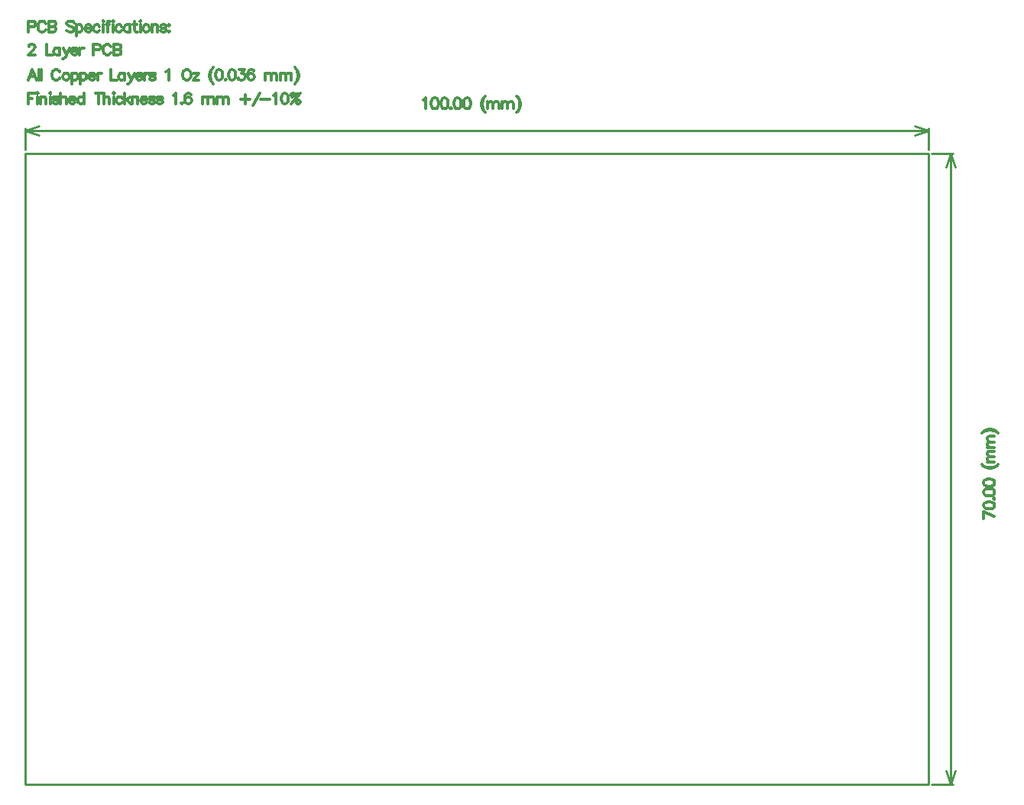
<source format=gm1>
G04*
G04 #@! TF.GenerationSoftware,Altium Limited,Altium Designer,18.1.7 (191)*
G04*
G04 Layer_Color=16711935*
%FSLAX44Y44*%
%MOMM*%
G71*
G01*
G75*
%ADD10C,0.3000*%
%ADD11C,0.2540*%
D10*
X3000Y840072D02*
X8142D01*
X9856Y840643D01*
X10427Y841214D01*
X10998Y842357D01*
Y844071D01*
X10427Y845213D01*
X9856Y845785D01*
X8142Y846356D01*
X3000D01*
Y834359D01*
X22253Y843500D02*
X21682Y844642D01*
X20539Y845785D01*
X19397Y846356D01*
X17111D01*
X15969Y845785D01*
X14826Y844642D01*
X14255Y843500D01*
X13683Y841786D01*
Y838929D01*
X14255Y837215D01*
X14826Y836072D01*
X15969Y834930D01*
X17111Y834359D01*
X19397D01*
X20539Y834930D01*
X21682Y836072D01*
X22253Y837215D01*
X25624Y846356D02*
Y834359D01*
Y846356D02*
X30766D01*
X32479Y845785D01*
X33051Y845213D01*
X33622Y844071D01*
Y842928D01*
X33051Y841786D01*
X32479Y841214D01*
X30766Y840643D01*
X25624D02*
X30766D01*
X32479Y840072D01*
X33051Y839500D01*
X33622Y838358D01*
Y836644D01*
X33051Y835501D01*
X32479Y834930D01*
X30766Y834359D01*
X25624D01*
X53732Y844642D02*
X52589Y845785D01*
X50875Y846356D01*
X48590D01*
X46876Y845785D01*
X45734Y844642D01*
Y843500D01*
X46305Y842357D01*
X46876Y841786D01*
X48019Y841214D01*
X51447Y840072D01*
X52589Y839500D01*
X53161Y838929D01*
X53732Y837786D01*
Y836072D01*
X52589Y834930D01*
X50875Y834359D01*
X48590D01*
X46876Y834930D01*
X45734Y836072D01*
X56417Y842357D02*
Y830359D01*
Y840643D02*
X57560Y841786D01*
X58702Y842357D01*
X60416D01*
X61559Y841786D01*
X62702Y840643D01*
X63273Y838929D01*
Y837786D01*
X62702Y836072D01*
X61559Y834930D01*
X60416Y834359D01*
X58702D01*
X57560Y834930D01*
X56417Y836072D01*
X65844Y838929D02*
X72699D01*
Y840072D01*
X72128Y841214D01*
X71557Y841786D01*
X70414Y842357D01*
X68700D01*
X67558Y841786D01*
X66415Y840643D01*
X65844Y838929D01*
Y837786D01*
X66415Y836072D01*
X67558Y834930D01*
X68700Y834359D01*
X70414D01*
X71557Y834930D01*
X72699Y836072D01*
X82126Y840643D02*
X80983Y841786D01*
X79841Y842357D01*
X78127D01*
X76984Y841786D01*
X75841Y840643D01*
X75270Y838929D01*
Y837786D01*
X75841Y836072D01*
X76984Y834930D01*
X78127Y834359D01*
X79841D01*
X80983Y834930D01*
X82126Y836072D01*
X85839Y846356D02*
X86411Y845785D01*
X86982Y846356D01*
X86411Y846927D01*
X85839Y846356D01*
X86411Y842357D02*
Y834359D01*
X93666Y846356D02*
X92524D01*
X91381Y845785D01*
X90810Y844071D01*
Y834359D01*
X89096Y842357D02*
X93095D01*
X96523Y846356D02*
X97094Y845785D01*
X97665Y846356D01*
X97094Y846927D01*
X96523Y846356D01*
X97094Y842357D02*
Y834359D01*
X106635Y840643D02*
X105492Y841786D01*
X104350Y842357D01*
X102636D01*
X101493Y841786D01*
X100351Y840643D01*
X99779Y838929D01*
Y837786D01*
X100351Y836072D01*
X101493Y834930D01*
X102636Y834359D01*
X104350D01*
X105492Y834930D01*
X106635Y836072D01*
X116061Y842357D02*
Y834359D01*
Y840643D02*
X114919Y841786D01*
X113776Y842357D01*
X112062D01*
X110920Y841786D01*
X109777Y840643D01*
X109206Y838929D01*
Y837786D01*
X109777Y836072D01*
X110920Y834930D01*
X112062Y834359D01*
X113776D01*
X114919Y834930D01*
X116061Y836072D01*
X120975Y846356D02*
Y836644D01*
X121546Y834930D01*
X122689Y834359D01*
X123831D01*
X119261Y842357D02*
X123260D01*
X126688Y846356D02*
X127259Y845785D01*
X127830Y846356D01*
X127259Y846927D01*
X126688Y846356D01*
X127259Y842357D02*
Y834359D01*
X132801Y842357D02*
X131658Y841786D01*
X130515Y840643D01*
X129944Y838929D01*
Y837786D01*
X130515Y836072D01*
X131658Y834930D01*
X132801Y834359D01*
X134515D01*
X135657Y834930D01*
X136800Y836072D01*
X137371Y837786D01*
Y838929D01*
X136800Y840643D01*
X135657Y841786D01*
X134515Y842357D01*
X132801D01*
X139999D02*
Y834359D01*
Y840072D02*
X141713Y841786D01*
X142856Y842357D01*
X144570D01*
X145712Y841786D01*
X146284Y840072D01*
Y834359D01*
X155710Y840643D02*
X155139Y841786D01*
X153425Y842357D01*
X151711D01*
X149997Y841786D01*
X149426Y840643D01*
X149997Y839500D01*
X151140Y838929D01*
X153996Y838358D01*
X155139Y837786D01*
X155710Y836644D01*
Y836072D01*
X155139Y834930D01*
X153425Y834359D01*
X151711D01*
X149997Y834930D01*
X149426Y836072D01*
X158795Y842357D02*
X158224Y841786D01*
X158795Y841214D01*
X159367Y841786D01*
X158795Y842357D01*
Y835501D02*
X158224Y834930D01*
X158795Y834359D01*
X159367Y834930D01*
X158795Y835501D01*
X3571Y817903D02*
Y818475D01*
X4143Y819617D01*
X4714Y820189D01*
X5857Y820760D01*
X8142D01*
X9284Y820189D01*
X9856Y819617D01*
X10427Y818475D01*
Y817332D01*
X9856Y816189D01*
X8713Y814476D01*
X3000Y808763D01*
X10998D01*
X23110Y820760D02*
Y808763D01*
X29966D01*
X38135Y816761D02*
Y808763D01*
Y815047D02*
X36993Y816189D01*
X35850Y816761D01*
X34136D01*
X32994Y816189D01*
X31851Y815047D01*
X31280Y813333D01*
Y812190D01*
X31851Y810477D01*
X32994Y809334D01*
X34136Y808763D01*
X35850D01*
X36993Y809334D01*
X38135Y810477D01*
X41906Y816761D02*
X45334Y808763D01*
X48762Y816761D02*
X45334Y808763D01*
X44191Y806477D01*
X43049Y805335D01*
X41906Y804763D01*
X41335D01*
X50761Y813333D02*
X57617D01*
Y814476D01*
X57046Y815618D01*
X56474Y816189D01*
X55332Y816761D01*
X53618D01*
X52475Y816189D01*
X51333Y815047D01*
X50761Y813333D01*
Y812190D01*
X51333Y810477D01*
X52475Y809334D01*
X53618Y808763D01*
X55332D01*
X56474Y809334D01*
X57617Y810477D01*
X60188Y816761D02*
Y808763D01*
Y813333D02*
X60759Y815047D01*
X61902Y816189D01*
X63044Y816761D01*
X64758D01*
X75270Y814476D02*
X80412D01*
X82126Y815047D01*
X82697Y815618D01*
X83268Y816761D01*
Y818475D01*
X82697Y819617D01*
X82126Y820189D01*
X80412Y820760D01*
X75270D01*
Y808763D01*
X94523Y817903D02*
X93952Y819046D01*
X92809Y820189D01*
X91667Y820760D01*
X89382D01*
X88239Y820189D01*
X87096Y819046D01*
X86525Y817903D01*
X85954Y816189D01*
Y813333D01*
X86525Y811619D01*
X87096Y810477D01*
X88239Y809334D01*
X89382Y808763D01*
X91667D01*
X92809Y809334D01*
X93952Y810477D01*
X94523Y811619D01*
X97894Y820760D02*
Y808763D01*
Y820760D02*
X103036D01*
X104750Y820189D01*
X105321Y819617D01*
X105892Y818475D01*
Y817332D01*
X105321Y816189D01*
X104750Y815618D01*
X103036Y815047D01*
X97894D02*
X103036D01*
X104750Y814476D01*
X105321Y813904D01*
X105892Y812762D01*
Y811048D01*
X105321Y809905D01*
X104750Y809334D01*
X103036Y808763D01*
X97894D01*
X12141Y780881D02*
X7570Y792879D01*
X3000Y780881D01*
X4714Y784880D02*
X10427D01*
X14940Y792879D02*
Y780881D01*
X17454Y792879D02*
Y780881D01*
X37964Y790022D02*
X37393Y791165D01*
X36250Y792307D01*
X35107Y792879D01*
X32822D01*
X31679Y792307D01*
X30537Y791165D01*
X29966Y790022D01*
X29394Y788308D01*
Y785452D01*
X29966Y783738D01*
X30537Y782595D01*
X31679Y781453D01*
X32822Y780881D01*
X35107D01*
X36250Y781453D01*
X37393Y782595D01*
X37964Y783738D01*
X44191Y788879D02*
X43049Y788308D01*
X41906Y787166D01*
X41335Y785452D01*
Y784309D01*
X41906Y782595D01*
X43049Y781453D01*
X44191Y780881D01*
X45905D01*
X47048Y781453D01*
X48190Y782595D01*
X48762Y784309D01*
Y785452D01*
X48190Y787166D01*
X47048Y788308D01*
X45905Y788879D01*
X44191D01*
X51390D02*
Y776882D01*
Y787166D02*
X52532Y788308D01*
X53675Y788879D01*
X55389D01*
X56531Y788308D01*
X57674Y787166D01*
X58245Y785452D01*
Y784309D01*
X57674Y782595D01*
X56531Y781453D01*
X55389Y780881D01*
X53675D01*
X52532Y781453D01*
X51390Y782595D01*
X60816Y788879D02*
Y776882D01*
Y787166D02*
X61959Y788308D01*
X63101Y788879D01*
X64815D01*
X65958Y788308D01*
X67101Y787166D01*
X67672Y785452D01*
Y784309D01*
X67101Y782595D01*
X65958Y781453D01*
X64815Y780881D01*
X63101D01*
X61959Y781453D01*
X60816Y782595D01*
X70243Y785452D02*
X77098D01*
Y786594D01*
X76527Y787737D01*
X75956Y788308D01*
X74813Y788879D01*
X73099D01*
X71957Y788308D01*
X70814Y787166D01*
X70243Y785452D01*
Y784309D01*
X70814Y782595D01*
X71957Y781453D01*
X73099Y780881D01*
X74813D01*
X75956Y781453D01*
X77098Y782595D01*
X79669Y788879D02*
Y780881D01*
Y785452D02*
X80241Y787166D01*
X81383Y788308D01*
X82526Y788879D01*
X84240D01*
X94752Y792879D02*
Y780881D01*
X101607D01*
X109777Y788879D02*
Y780881D01*
Y787166D02*
X108635Y788308D01*
X107492Y788879D01*
X105778D01*
X104635Y788308D01*
X103493Y787166D01*
X102921Y785452D01*
Y784309D01*
X103493Y782595D01*
X104635Y781453D01*
X105778Y780881D01*
X107492D01*
X108635Y781453D01*
X109777Y782595D01*
X113548Y788879D02*
X116976Y780881D01*
X120403Y788879D02*
X116976Y780881D01*
X115833Y778596D01*
X114690Y777453D01*
X113548Y776882D01*
X112976D01*
X122403Y785452D02*
X129259D01*
Y786594D01*
X128687Y787737D01*
X128116Y788308D01*
X126973Y788879D01*
X125260D01*
X124117Y788308D01*
X122974Y787166D01*
X122403Y785452D01*
Y784309D01*
X122974Y782595D01*
X124117Y781453D01*
X125260Y780881D01*
X126973D01*
X128116Y781453D01*
X129259Y782595D01*
X131830Y788879D02*
Y780881D01*
Y785452D02*
X132401Y787166D01*
X133543Y788308D01*
X134686Y788879D01*
X136400D01*
X143770Y787166D02*
X143198Y788308D01*
X141485Y788879D01*
X139771D01*
X138057Y788308D01*
X137486Y787166D01*
X138057Y786023D01*
X139199Y785452D01*
X142056Y784880D01*
X143198Y784309D01*
X143770Y783167D01*
Y782595D01*
X143198Y781453D01*
X141485Y780881D01*
X139771D01*
X138057Y781453D01*
X137486Y782595D01*
X155710Y790593D02*
X156853Y791165D01*
X158567Y792879D01*
Y780881D01*
X177363Y792879D02*
X176220Y792307D01*
X175077Y791165D01*
X174506Y790022D01*
X173935Y788308D01*
Y785452D01*
X174506Y783738D01*
X175077Y782595D01*
X176220Y781453D01*
X177363Y780881D01*
X179648D01*
X180791Y781453D01*
X181933Y782595D01*
X182504Y783738D01*
X183076Y785452D01*
Y788308D01*
X182504Y790022D01*
X181933Y791165D01*
X180791Y792307D01*
X179648Y792879D01*
X177363D01*
X192160Y788879D02*
X185875Y780881D01*
Y788879D02*
X192160D01*
X185875Y780881D02*
X192160D01*
X208099Y795164D02*
X206956Y794021D01*
X205814Y792307D01*
X204671Y790022D01*
X204100Y787166D01*
Y784880D01*
X204671Y782024D01*
X205814Y779739D01*
X206956Y778025D01*
X208099Y776882D01*
X206956Y794021D02*
X205814Y791736D01*
X205242Y790022D01*
X204671Y787166D01*
Y784880D01*
X205242Y782024D01*
X205814Y780310D01*
X206956Y778025D01*
X213812Y792879D02*
X212098Y792307D01*
X210956Y790593D01*
X210384Y787737D01*
Y786023D01*
X210956Y783167D01*
X212098Y781453D01*
X213812Y780881D01*
X214955D01*
X216668Y781453D01*
X217811Y783167D01*
X218382Y786023D01*
Y787737D01*
X217811Y790593D01*
X216668Y792307D01*
X214955Y792879D01*
X213812D01*
X221639Y782024D02*
X221068Y781453D01*
X221639Y780881D01*
X222210Y781453D01*
X221639Y782024D01*
X228266Y792879D02*
X226552Y792307D01*
X225410Y790593D01*
X224838Y787737D01*
Y786023D01*
X225410Y783167D01*
X226552Y781453D01*
X228266Y780881D01*
X229409D01*
X231123Y781453D01*
X232265Y783167D01*
X232836Y786023D01*
Y787737D01*
X232265Y790593D01*
X231123Y792307D01*
X229409Y792879D01*
X228266D01*
X236664D02*
X242949D01*
X239521Y788308D01*
X241235D01*
X242377Y787737D01*
X242949Y787166D01*
X243520Y785452D01*
Y784309D01*
X242949Y782595D01*
X241806Y781453D01*
X240092Y780881D01*
X238378D01*
X236664Y781453D01*
X236093Y782024D01*
X235522Y783167D01*
X253061Y791165D02*
X252489Y792307D01*
X250776Y792879D01*
X249633D01*
X247919Y792307D01*
X246776Y790593D01*
X246205Y787737D01*
Y784880D01*
X246776Y782595D01*
X247919Y781453D01*
X249633Y780881D01*
X250204D01*
X251918Y781453D01*
X253061Y782595D01*
X253632Y784309D01*
Y784880D01*
X253061Y786594D01*
X251918Y787737D01*
X250204Y788308D01*
X249633D01*
X247919Y787737D01*
X246776Y786594D01*
X246205Y784880D01*
X265687Y788879D02*
Y780881D01*
Y786594D02*
X267400Y788308D01*
X268543Y788879D01*
X270257D01*
X271400Y788308D01*
X271971Y786594D01*
Y780881D01*
Y786594D02*
X273685Y788308D01*
X274827Y788879D01*
X276541D01*
X277684Y788308D01*
X278255Y786594D01*
Y780881D01*
X282026Y788879D02*
Y780881D01*
Y786594D02*
X283740Y788308D01*
X284883Y788879D01*
X286596D01*
X287739Y788308D01*
X288310Y786594D01*
Y780881D01*
Y786594D02*
X290024Y788308D01*
X291167Y788879D01*
X292881D01*
X294023Y788308D01*
X294595Y786594D01*
Y780881D01*
X298365Y795164D02*
X299508Y794021D01*
X300651Y792307D01*
X301793Y790022D01*
X302365Y787166D01*
Y784880D01*
X301793Y782024D01*
X300651Y779739D01*
X299508Y778025D01*
X298365Y776882D01*
X299508Y794021D02*
X300651Y791736D01*
X301222Y790022D01*
X301793Y787166D01*
Y784880D01*
X301222Y782024D01*
X300651Y780310D01*
X299508Y778025D01*
X3000Y766711D02*
Y754714D01*
Y766711D02*
X10427D01*
X3000Y760998D02*
X7570D01*
X12941Y766711D02*
X13512Y766140D01*
X14083Y766711D01*
X13512Y767283D01*
X12941Y766711D01*
X13512Y762712D02*
Y754714D01*
X16197Y762712D02*
Y754714D01*
Y760427D02*
X17911Y762141D01*
X19054Y762712D01*
X20768D01*
X21910Y762141D01*
X22482Y760427D01*
Y754714D01*
X26766Y766711D02*
X27338Y766140D01*
X27909Y766711D01*
X27338Y767283D01*
X26766Y766711D01*
X27338Y762712D02*
Y754714D01*
X36307Y760998D02*
X35736Y762141D01*
X34022Y762712D01*
X32308D01*
X30594Y762141D01*
X30023Y760998D01*
X30594Y759856D01*
X31737Y759284D01*
X34593Y758713D01*
X35736Y758142D01*
X36307Y756999D01*
Y756428D01*
X35736Y755285D01*
X34022Y754714D01*
X32308D01*
X30594Y755285D01*
X30023Y756428D01*
X38821Y766711D02*
Y754714D01*
Y760427D02*
X40535Y762141D01*
X41677Y762712D01*
X43391D01*
X44534Y762141D01*
X45105Y760427D01*
Y754714D01*
X48247Y759284D02*
X55103D01*
Y760427D01*
X54532Y761570D01*
X53960Y762141D01*
X52818Y762712D01*
X51104D01*
X49961Y762141D01*
X48819Y760998D01*
X48247Y759284D01*
Y758142D01*
X48819Y756428D01*
X49961Y755285D01*
X51104Y754714D01*
X52818D01*
X53960Y755285D01*
X55103Y756428D01*
X64530Y766711D02*
Y754714D01*
Y760998D02*
X63387Y762141D01*
X62245Y762712D01*
X60531D01*
X59388Y762141D01*
X58245Y760998D01*
X57674Y759284D01*
Y758142D01*
X58245Y756428D01*
X59388Y755285D01*
X60531Y754714D01*
X62245D01*
X63387Y755285D01*
X64530Y756428D01*
X81155Y766711D02*
Y754714D01*
X77155Y766711D02*
X85154D01*
X86582D02*
Y754714D01*
Y760427D02*
X88296Y762141D01*
X89439Y762712D01*
X91152D01*
X92295Y762141D01*
X92866Y760427D01*
Y754714D01*
X97151Y766711D02*
X97723Y766140D01*
X98294Y766711D01*
X97723Y767283D01*
X97151Y766711D01*
X97723Y762712D02*
Y754714D01*
X107263Y760998D02*
X106121Y762141D01*
X104978Y762712D01*
X103264D01*
X102122Y762141D01*
X100979Y760998D01*
X100408Y759284D01*
Y758142D01*
X100979Y756428D01*
X102122Y755285D01*
X103264Y754714D01*
X104978D01*
X106121Y755285D01*
X107263Y756428D01*
X109834Y766711D02*
Y754714D01*
X115547Y762712D02*
X109834Y756999D01*
X112120Y759284D02*
X116119Y754714D01*
X118004Y762712D02*
Y754714D01*
Y760427D02*
X119718Y762141D01*
X120861Y762712D01*
X122574D01*
X123717Y762141D01*
X124288Y760427D01*
Y754714D01*
X127430Y759284D02*
X134286D01*
Y760427D01*
X133715Y761570D01*
X133144Y762141D01*
X132001Y762712D01*
X130287D01*
X129144Y762141D01*
X128002Y760998D01*
X127430Y759284D01*
Y758142D01*
X128002Y756428D01*
X129144Y755285D01*
X130287Y754714D01*
X132001D01*
X133144Y755285D01*
X134286Y756428D01*
X143141Y760998D02*
X142570Y762141D01*
X140856Y762712D01*
X139142D01*
X137428Y762141D01*
X136857Y760998D01*
X137428Y759856D01*
X138571Y759284D01*
X141427Y758713D01*
X142570Y758142D01*
X143141Y756999D01*
Y756428D01*
X142570Y755285D01*
X140856Y754714D01*
X139142D01*
X137428Y755285D01*
X136857Y756428D01*
X151939Y760998D02*
X151368Y762141D01*
X149654Y762712D01*
X147940D01*
X146227Y762141D01*
X145655Y760998D01*
X146227Y759856D01*
X147369Y759284D01*
X150226Y758713D01*
X151368Y758142D01*
X151939Y756999D01*
Y756428D01*
X151368Y755285D01*
X149654Y754714D01*
X147940D01*
X146227Y755285D01*
X145655Y756428D01*
X163880Y764426D02*
X165023Y764997D01*
X166736Y766711D01*
Y754714D01*
X173249Y755856D02*
X172678Y755285D01*
X173249Y754714D01*
X173821Y755285D01*
X173249Y755856D01*
X183304Y764997D02*
X182733Y766140D01*
X181019Y766711D01*
X179876D01*
X178162Y766140D01*
X177020Y764426D01*
X176449Y761570D01*
Y758713D01*
X177020Y756428D01*
X178162Y755285D01*
X179876Y754714D01*
X180448D01*
X182162Y755285D01*
X183304Y756428D01*
X183876Y758142D01*
Y758713D01*
X183304Y760427D01*
X182162Y761570D01*
X180448Y762141D01*
X179876D01*
X178162Y761570D01*
X177020Y760427D01*
X176449Y758713D01*
X195930Y762712D02*
Y754714D01*
Y760427D02*
X197644Y762141D01*
X198787Y762712D01*
X200501D01*
X201643Y762141D01*
X202215Y760427D01*
Y754714D01*
Y760427D02*
X203928Y762141D01*
X205071Y762712D01*
X206785D01*
X207928Y762141D01*
X208499Y760427D01*
Y754714D01*
X212269Y762712D02*
Y754714D01*
Y760427D02*
X213983Y762141D01*
X215126Y762712D01*
X216840D01*
X217983Y762141D01*
X218554Y760427D01*
Y754714D01*
Y760427D02*
X220268Y762141D01*
X221410Y762712D01*
X223124D01*
X224267Y762141D01*
X224838Y760427D01*
Y754714D01*
X243177Y764997D02*
Y754714D01*
X238035Y759856D02*
X248319D01*
X251861Y753000D02*
X259859Y766711D01*
X260659Y759856D02*
X270943D01*
X274485Y764426D02*
X275627Y764997D01*
X277341Y766711D01*
Y754714D01*
X286711Y766711D02*
X284997Y766140D01*
X283854Y764426D01*
X283283Y761570D01*
Y759856D01*
X283854Y756999D01*
X284997Y755285D01*
X286711Y754714D01*
X287853D01*
X289567Y755285D01*
X290710Y756999D01*
X291281Y759856D01*
Y761570D01*
X290710Y764426D01*
X289567Y766140D01*
X287853Y766711D01*
X286711D01*
X304250D02*
X293966Y754714D01*
X296823Y766711D02*
X297965Y765569D01*
Y764426D01*
X297394Y763283D01*
X296252Y762712D01*
X295109D01*
X293966Y763855D01*
Y764997D01*
X294538Y766140D01*
X295680Y766711D01*
X296823D01*
X297965Y766140D01*
X299679Y765569D01*
X301393D01*
X303107Y766140D01*
X304250Y766711D01*
X301965Y758713D02*
X300822Y758142D01*
X300251Y756999D01*
Y755856D01*
X301393Y754714D01*
X302536D01*
X303678Y755285D01*
X304250Y756428D01*
Y757570D01*
X303107Y758713D01*
X301965D01*
X1061566Y303012D02*
X1073564Y297299D01*
X1061566Y295014D02*
Y303012D01*
Y309125D02*
X1062138Y307411D01*
X1063851Y306268D01*
X1066708Y305697D01*
X1068422D01*
X1071278Y306268D01*
X1072992Y307411D01*
X1073564Y309125D01*
Y310267D01*
X1072992Y311981D01*
X1071278Y313124D01*
X1068422Y313695D01*
X1066708D01*
X1063851Y313124D01*
X1062138Y311981D01*
X1061566Y310267D01*
Y309125D01*
X1072421Y316952D02*
X1072992Y316380D01*
X1073564Y316952D01*
X1072992Y317523D01*
X1072421Y316952D01*
X1061566Y323579D02*
X1062138Y321865D01*
X1063851Y320722D01*
X1066708Y320151D01*
X1068422D01*
X1071278Y320722D01*
X1072992Y321865D01*
X1073564Y323579D01*
Y324721D01*
X1072992Y326435D01*
X1071278Y327578D01*
X1068422Y328149D01*
X1066708D01*
X1063851Y327578D01*
X1062138Y326435D01*
X1061566Y324721D01*
Y323579D01*
Y334262D02*
X1062138Y332548D01*
X1063851Y331406D01*
X1066708Y330834D01*
X1068422D01*
X1071278Y331406D01*
X1072992Y332548D01*
X1073564Y334262D01*
Y335405D01*
X1072992Y337119D01*
X1071278Y338261D01*
X1068422Y338833D01*
X1066708D01*
X1063851Y338261D01*
X1062138Y337119D01*
X1061566Y335405D01*
Y334262D01*
X1059281Y354944D02*
X1060424Y353801D01*
X1062138Y352658D01*
X1064423Y351516D01*
X1067279Y350944D01*
X1069564D01*
X1072421Y351516D01*
X1074706Y352658D01*
X1076420Y353801D01*
X1077563Y354944D01*
X1060424Y353801D02*
X1062709Y352658D01*
X1064423Y352087D01*
X1067279Y351516D01*
X1069564D01*
X1072421Y352087D01*
X1074135Y352658D01*
X1076420Y353801D01*
X1065565Y357229D02*
X1073564D01*
X1067850D02*
X1066137Y358943D01*
X1065565Y360085D01*
Y361799D01*
X1066137Y362942D01*
X1067850Y363513D01*
X1073564D01*
X1067850D02*
X1066137Y365227D01*
X1065565Y366370D01*
Y368083D01*
X1066137Y369226D01*
X1067850Y369797D01*
X1073564D01*
X1065565Y373568D02*
X1073564D01*
X1067850D02*
X1066137Y375282D01*
X1065565Y376425D01*
Y378139D01*
X1066137Y379281D01*
X1067850Y379852D01*
X1073564D01*
X1067850D02*
X1066137Y381566D01*
X1065565Y382709D01*
Y384423D01*
X1066137Y385565D01*
X1067850Y386137D01*
X1073564D01*
X1059281Y389907D02*
X1060424Y391050D01*
X1062138Y392193D01*
X1064423Y393335D01*
X1067279Y393907D01*
X1069564D01*
X1072421Y393335D01*
X1074706Y392193D01*
X1076420Y391050D01*
X1077563Y389907D01*
X1060424Y391050D02*
X1062709Y392193D01*
X1064423Y392764D01*
X1067279Y393335D01*
X1069564D01*
X1072421Y392764D01*
X1074135Y392193D01*
X1076420Y391050D01*
X440614Y758994D02*
X441757Y759565D01*
X443471Y761279D01*
Y749282D01*
X452840Y761279D02*
X451126Y760708D01*
X449984Y758994D01*
X449412Y756137D01*
Y754424D01*
X449984Y751567D01*
X451126Y749853D01*
X452840Y749282D01*
X453983D01*
X455697Y749853D01*
X456839Y751567D01*
X457411Y754424D01*
Y756137D01*
X456839Y758994D01*
X455697Y760708D01*
X453983Y761279D01*
X452840D01*
X463524D02*
X461810Y760708D01*
X460667Y758994D01*
X460096Y756137D01*
Y754424D01*
X460667Y751567D01*
X461810Y749853D01*
X463524Y749282D01*
X464666D01*
X466380Y749853D01*
X467523Y751567D01*
X468094Y754424D01*
Y756137D01*
X467523Y758994D01*
X466380Y760708D01*
X464666Y761279D01*
X463524D01*
X471351Y750424D02*
X470779Y749853D01*
X471351Y749282D01*
X471922Y749853D01*
X471351Y750424D01*
X477978Y761279D02*
X476264Y760708D01*
X475121Y758994D01*
X474550Y756137D01*
Y754424D01*
X475121Y751567D01*
X476264Y749853D01*
X477978Y749282D01*
X479120D01*
X480834Y749853D01*
X481977Y751567D01*
X482548Y754424D01*
Y756137D01*
X481977Y758994D01*
X480834Y760708D01*
X479120Y761279D01*
X477978D01*
X488661D02*
X486947Y760708D01*
X485805Y758994D01*
X485233Y756137D01*
Y754424D01*
X485805Y751567D01*
X486947Y749853D01*
X488661Y749282D01*
X489804D01*
X491518Y749853D01*
X492660Y751567D01*
X493232Y754424D01*
Y756137D01*
X492660Y758994D01*
X491518Y760708D01*
X489804Y761279D01*
X488661D01*
X509342Y763564D02*
X508200Y762422D01*
X507057Y760708D01*
X505915Y758423D01*
X505343Y755566D01*
Y753281D01*
X505915Y750424D01*
X507057Y748139D01*
X508200Y746425D01*
X509342Y745283D01*
X508200Y762422D02*
X507057Y760137D01*
X506486Y758423D01*
X505915Y755566D01*
Y753281D01*
X506486Y750424D01*
X507057Y748710D01*
X508200Y746425D01*
X511628Y757280D02*
Y749282D01*
Y754995D02*
X513342Y756709D01*
X514484Y757280D01*
X516198D01*
X517341Y756709D01*
X517912Y754995D01*
Y749282D01*
Y754995D02*
X519626Y756709D01*
X520769Y757280D01*
X522482D01*
X523625Y756709D01*
X524197Y754995D01*
Y749282D01*
X527967Y757280D02*
Y749282D01*
Y754995D02*
X529681Y756709D01*
X530824Y757280D01*
X532537D01*
X533680Y756709D01*
X534252Y754995D01*
Y749282D01*
Y754995D02*
X535965Y756709D01*
X537108Y757280D01*
X538822D01*
X539964Y756709D01*
X540536Y754995D01*
Y749282D01*
X544306Y763564D02*
X545449Y762422D01*
X546592Y760708D01*
X547734Y758423D01*
X548306Y755566D01*
Y753281D01*
X547734Y750424D01*
X546592Y748139D01*
X545449Y746425D01*
X544306Y745283D01*
X545449Y762422D02*
X546592Y760137D01*
X547163Y758423D01*
X547734Y755566D01*
Y753281D01*
X547163Y750424D01*
X546592Y748710D01*
X545449Y746425D01*
D11*
X0Y0D02*
Y700000D01*
X1000000D01*
X1000000Y0D02*
X1000000Y700000D01*
X0Y0D02*
X1000000D01*
X1025000Y700000D02*
X1030080Y684760D01*
X1019920D02*
X1025000Y700000D01*
X1019920Y15240D02*
X1025000Y0D01*
X1030080Y15240D01*
X1025000Y350000D02*
Y700000D01*
Y0D02*
Y350000D01*
X1003810Y700000D02*
X1027540D01*
X1003810Y0D02*
X1027540D01*
X0Y725000D02*
X15240Y730080D01*
X0Y725000D02*
X15240Y719920D01*
X984760D02*
X1000000Y725000D01*
X984760Y730080D02*
X1000000Y725000D01*
X0D02*
X500000D01*
X1000000D01*
X0Y703810D02*
Y727540D01*
X1000000Y703810D02*
Y727540D01*
M02*

</source>
